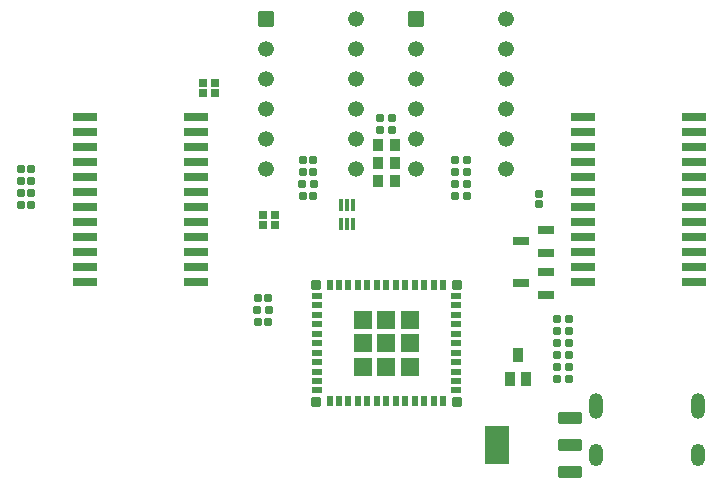
<source format=gbs>
G04 Layer: BottomSolderMaskLayer*
G04 EasyEDA v6.5.39, 2023-12-11 18:00:09*
G04 fc83978cdc934b7da63e149a84a413c2,10*
G04 Gerber Generator version 0.2*
G04 Scale: 100 percent, Rotated: No, Reflected: No *
G04 Dimensions in millimeters *
G04 leading zeros omitted , absolute positions ,4 integer and 5 decimal *
%FSLAX45Y45*%
%MOMM*%

%AMMACRO1*1,1,$1,$2,$3*1,1,$1,$4,$5*1,1,$1,0-$2,0-$3*1,1,$1,0-$4,0-$5*20,1,$1,$2,$3,$4,$5,0*20,1,$1,$4,$5,0-$2,0-$3,0*20,1,$1,0-$2,0-$3,0-$4,0-$5,0*20,1,$1,0-$4,0-$5,$2,$3,0*4,1,4,$2,$3,$4,$5,0-$2,0-$3,0-$4,0-$5,$2,$3,0*%
%ADD10O,1.2015978000000003X2.2015958*%
%ADD11O,1.2015978000000003X1.9015964*%
%ADD12MACRO1,0.1016X-0.619X0.619X0.619X0.619*%
%ADD13C,1.3396*%
%ADD14MACRO1,0.1016X0.2828X0.27X0.2828X-0.27*%
%ADD15MACRO1,0.1016X-0.2828X0.27X-0.2828X-0.27*%
%ADD16MACRO1,0.1016X-0.4X-0.2X0.4001X-0.2*%
%ADD17MACRO1,0.1016X-0.2X0.4001X-0.2X-0.4001*%
%ADD18MACRO1,0.1016X-0.4001X-0.2X0.4X-0.2*%
%ADD19MACRO1,0.1016X-0.2X0.4X-0.2X-0.4001*%
%ADD20MACRO1,0.1016X-0.725X0.725X-0.725X-0.725*%
%ADD21MACRO1,0.1016X-0.35X0.35X-0.35X-0.35*%
%ADD22MACRO1,0.1016X0.9249X0.45X-0.9249X0.45*%
%ADD23MACRO1,0.1016X0.9249X-1.5999X0.9249X1.5999*%
%ADD24MACRO1,0.1016X-0.2828X-0.27X0.2828X-0.27*%
%ADD25MACRO1,0.1016X0.2828X0.27X-0.2828X0.27*%
%ADD26MACRO1,0.1016X0.15X-0.4249X0.15X0.4249*%
%ADD27MACRO1,0.1016X-0.4X-0.432X0.4X-0.432*%
%ADD28MACRO1,0.1016X0.2828X-0.27X0.2828X0.27*%
%ADD29MACRO1,0.1016X-0.2828X-0.27X-0.2828X0.27*%
%ADD30MACRO1,0.1016X0.5999X0.325X-0.5999X0.325*%
%ADD31R,0.6416X0.6673*%
%ADD32MACRO1,0.1016X-0.4X-0.45X0.4X-0.45*%
%ADD33MACRO1,0.1016X0.9625X0.325X-0.9625X0.325*%
%ADD34MACRO1,0.1016X-0.27X-0.2828X0.27X-0.2828*%
%ADD35MACRO1,0.1016X-0.27X0.2828X0.27X0.2828*%
%ADD36MACRO1,0.1016X0.4128X0.5271X-0.4128X0.5271*%
%ADD37MACRO1,0.1016X0.4128X0.527X-0.4128X0.527*%
%ADD38C,0.0176*%

%LPD*%
D10*
G01*
X5079796Y-3578504D03*
G01*
X5943803Y-3578504D03*
D11*
G01*
X5943803Y-3996512D03*
G01*
X5079796Y-3996512D03*
D12*
G01*
X2286000Y-304800D03*
D13*
G01*
X2286000Y-558800D03*
G01*
X2286000Y-812800D03*
G01*
X2286000Y-1066800D03*
G01*
X2286000Y-1320800D03*
G01*
X2286000Y-1574800D03*
G01*
X3048000Y-1574800D03*
G01*
X3048000Y-1320800D03*
G01*
X3048000Y-1066800D03*
G01*
X3048000Y-812800D03*
G01*
X3048000Y-558800D03*
G01*
X3048000Y-304800D03*
D12*
G01*
X3556000Y-304800D03*
D13*
G01*
X3556000Y-558800D03*
G01*
X3556000Y-812800D03*
G01*
X3556000Y-1066800D03*
G01*
X3556000Y-1320800D03*
G01*
X3556000Y-1574800D03*
G01*
X4318000Y-1574800D03*
G01*
X4318000Y-1320800D03*
G01*
X4318000Y-1066800D03*
G01*
X4318000Y-812800D03*
G01*
X4318000Y-558800D03*
G01*
X4318000Y-304800D03*
D14*
G01*
X2217317Y-2667000D03*
D15*
G01*
X2303882Y-2667000D03*
D16*
G01*
X2712008Y-3447999D03*
G01*
X2712008Y-3367989D03*
G01*
X2712008Y-3288004D03*
G01*
X2712008Y-3207994D03*
G01*
X2712008Y-3128010D03*
G01*
X2712008Y-3048000D03*
G01*
X2712008Y-2967990D03*
G01*
X2712008Y-2888005D03*
G01*
X2712008Y-2807995D03*
G01*
X2712008Y-2728010D03*
G01*
X2712008Y-2648000D03*
D17*
G01*
X2821990Y-2558008D03*
G01*
X2902000Y-2558008D03*
G01*
X2982010Y-2558008D03*
G01*
X3061995Y-2558008D03*
G01*
X3142005Y-2558008D03*
G01*
X3221990Y-2558008D03*
G01*
X3302000Y-2558008D03*
G01*
X3382010Y-2558008D03*
G01*
X3461994Y-2558008D03*
G01*
X3542004Y-2558008D03*
G01*
X3621989Y-2558008D03*
G01*
X3701999Y-2558008D03*
G01*
X3782009Y-2558008D03*
D18*
G01*
X3891991Y-2648000D03*
G01*
X3891991Y-2728010D03*
G01*
X3891991Y-2807995D03*
G01*
X3891991Y-2888005D03*
G01*
X3891991Y-2967990D03*
G01*
X3891991Y-3048000D03*
G01*
X3891991Y-3128010D03*
G01*
X3891991Y-3207994D03*
G01*
X3891991Y-3288004D03*
G01*
X3891991Y-3367989D03*
G01*
X3891991Y-3447999D03*
D19*
G01*
X3782009Y-3537991D03*
G01*
X3701999Y-3537991D03*
G01*
X3621989Y-3537991D03*
G01*
X3542004Y-3537991D03*
G01*
X3461994Y-3537991D03*
G01*
X3382010Y-3537991D03*
G01*
X3302000Y-3537991D03*
G01*
X3221990Y-3537991D03*
G01*
X3142005Y-3537991D03*
G01*
X3061995Y-3537991D03*
G01*
X2982010Y-3537991D03*
G01*
X2902000Y-3537991D03*
G01*
X2821990Y-3537991D03*
D20*
G01*
X3302000Y-3048000D03*
G01*
X3499510Y-3245510D03*
G01*
X3302000Y-3245510D03*
G01*
X3104489Y-3245510D03*
G01*
X3104489Y-3048000D03*
G01*
X3104489Y-2850489D03*
G01*
X3302000Y-2850489D03*
G01*
X3499510Y-2850489D03*
G01*
X3499510Y-3048000D03*
D21*
G01*
X2707005Y-3542995D03*
G01*
X2707005Y-2553004D03*
G01*
X3896995Y-2553004D03*
G01*
X3896995Y-3542995D03*
D22*
G01*
X4856606Y-3681603D03*
G01*
X4856606Y-3911600D03*
G01*
X4856606Y-4141597D03*
D23*
G01*
X4236593Y-3911600D03*
D24*
G01*
X3987800Y-1600200D03*
G01*
X3886200Y-1600200D03*
G01*
X3987800Y-1803400D03*
G01*
X3886200Y-1803400D03*
G01*
X3987800Y-1701800D03*
G01*
X3886200Y-1701800D03*
D25*
G01*
X2590800Y-1701800D03*
G01*
X2692400Y-1701800D03*
D26*
G01*
X3021812Y-2035810D03*
G01*
X2971800Y-2035810D03*
G01*
X2921787Y-2035810D03*
G01*
X2921787Y-1875789D03*
G01*
X2971800Y-1875789D03*
G01*
X3021812Y-1875789D03*
D27*
G01*
X3371999Y-1676387D03*
G01*
X3232000Y-1676387D03*
D15*
G01*
X2684882Y-1498600D03*
D14*
G01*
X2598317Y-1498600D03*
D28*
G01*
X2598317Y-1803400D03*
D29*
G01*
X2684882Y-1803400D03*
D28*
G01*
X2598317Y-1600200D03*
D29*
G01*
X2684882Y-1600200D03*
D30*
G01*
X4651603Y-2088388D03*
G01*
X4651603Y-2280412D03*
G01*
X4441596Y-2184400D03*
G01*
X4651603Y-2443988D03*
G01*
X4651603Y-2636012D03*
G01*
X4441596Y-2540000D03*
D15*
G01*
X297282Y-1574800D03*
D14*
G01*
X210717Y-1574800D03*
D28*
G01*
X210717Y-1676400D03*
D29*
G01*
X297282Y-1676400D03*
D28*
G01*
X210717Y-1879600D03*
D29*
G01*
X297282Y-1879600D03*
D24*
G01*
X4851400Y-2946400D03*
G01*
X4749800Y-2946400D03*
G01*
X4851400Y-2844800D03*
G01*
X4749800Y-2844800D03*
D31*
G01*
X1854200Y-932281D03*
G01*
X1854200Y-845718D03*
G01*
X1752600Y-932281D03*
G01*
X1752600Y-845718D03*
D24*
G01*
X3352800Y-1143000D03*
G01*
X3251200Y-1143000D03*
D32*
G01*
X3371999Y-1371600D03*
G01*
X3232000Y-1371600D03*
D33*
G01*
X1690395Y-1130300D03*
G01*
X1690395Y-1257300D03*
G01*
X1690395Y-1384300D03*
G01*
X1690395Y-1511300D03*
G01*
X1690395Y-1638300D03*
G01*
X1690395Y-1765300D03*
G01*
X1690395Y-1892300D03*
G01*
X1690395Y-2019300D03*
G01*
X1690395Y-2146300D03*
G01*
X1690395Y-2273300D03*
G01*
X1690395Y-2400300D03*
G01*
X1690395Y-2527300D03*
G01*
X748004Y-2527300D03*
G01*
X748004Y-2400300D03*
G01*
X748004Y-2273300D03*
G01*
X748004Y-2146300D03*
G01*
X748004Y-2019300D03*
G01*
X748004Y-1892300D03*
G01*
X748004Y-1765300D03*
G01*
X748004Y-1638300D03*
G01*
X748004Y-1511300D03*
G01*
X748004Y-1384300D03*
G01*
X748004Y-1257300D03*
G01*
X748004Y-1130300D03*
D24*
G01*
X3352800Y-1244600D03*
G01*
X3251200Y-1244600D03*
D32*
G01*
X3371999Y-1524000D03*
G01*
X3232000Y-1524000D03*
D33*
G01*
X5906795Y-1130300D03*
G01*
X5906795Y-1257300D03*
G01*
X5906795Y-1384300D03*
G01*
X5906795Y-1511300D03*
G01*
X5906795Y-1638300D03*
G01*
X5906795Y-1765300D03*
G01*
X5906795Y-1892300D03*
G01*
X5906795Y-2019300D03*
G01*
X5906795Y-2146300D03*
G01*
X5906795Y-2273300D03*
G01*
X5906795Y-2400300D03*
G01*
X5906795Y-2527300D03*
G01*
X4964404Y-2527300D03*
G01*
X4964404Y-2400300D03*
G01*
X4964404Y-2273300D03*
G01*
X4964404Y-2146300D03*
G01*
X4964404Y-2019300D03*
G01*
X4964404Y-1892300D03*
G01*
X4964404Y-1765300D03*
G01*
X4964404Y-1638300D03*
G01*
X4964404Y-1511300D03*
G01*
X4964404Y-1384300D03*
G01*
X4964404Y-1257300D03*
G01*
X4964404Y-1130300D03*
D34*
G01*
X4597400Y-1785517D03*
D35*
G01*
X4597400Y-1872082D03*
D24*
G01*
X4749800Y-3048000D03*
G01*
X4851400Y-3048000D03*
D31*
G01*
X2260600Y-1963318D03*
G01*
X2260600Y-2049881D03*
D24*
G01*
X3886200Y-1498600D03*
G01*
X3987800Y-1498600D03*
D25*
G01*
X2209800Y-2768600D03*
G01*
X2311400Y-2768600D03*
D28*
G01*
X2217317Y-2870200D03*
D29*
G01*
X2303882Y-2870200D03*
D31*
G01*
X2362200Y-2049881D03*
G01*
X2362200Y-1963318D03*
D24*
G01*
X4851400Y-3149600D03*
G01*
X4749800Y-3149600D03*
D25*
G01*
X4749800Y-3251200D03*
G01*
X4851400Y-3251200D03*
G01*
X4749800Y-3352800D03*
G01*
X4851400Y-3352800D03*
D36*
G01*
X4419600Y-3149600D03*
D37*
G01*
X4353560Y-3352800D03*
G01*
X4485640Y-3352800D03*
D28*
G01*
X210717Y-1778000D03*
D29*
G01*
X297282Y-1778000D03*
M02*

</source>
